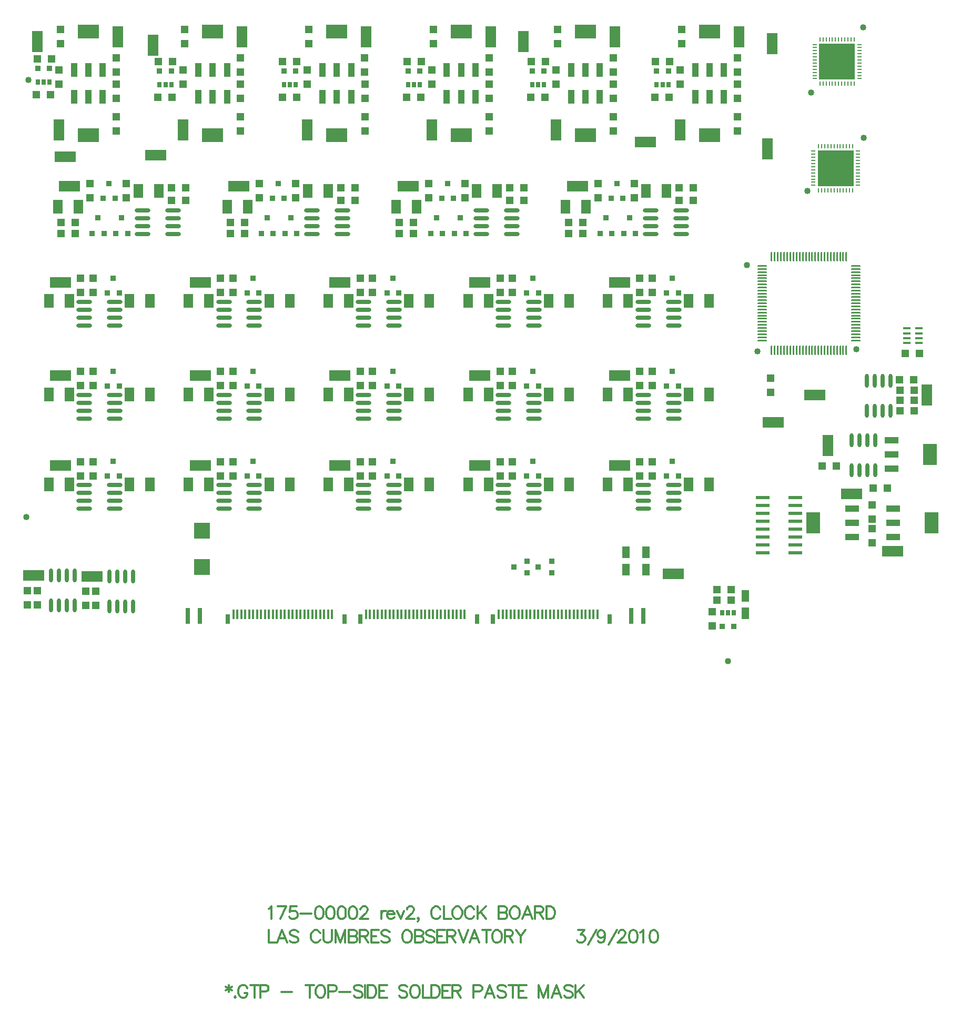
<source format=gtp>
%FSLAX23Y23*%
%MOIN*%
G70*
G01*
G75*
G04 Layer_Color=8421504*
%ADD10R,0.050X0.050*%
%ADD11R,0.036X0.036*%
%ADD12R,0.028X0.036*%
%ADD13R,0.036X0.036*%
%ADD14R,0.087X0.024*%
%ADD15O,0.008X0.033*%
%ADD16O,0.033X0.008*%
%ADD17O,0.024X0.087*%
%ADD18R,0.135X0.070*%
%ADD19R,0.070X0.135*%
%ADD20R,0.045X0.017*%
%ADD21R,0.060X0.086*%
%ADD22R,0.035X0.037*%
%ADD23R,0.035X0.037*%
%ADD24R,0.050X0.050*%
%ADD25O,0.098X0.028*%
%ADD26R,0.138X0.085*%
%ADD27R,0.043X0.085*%
%ADD28R,0.043X0.085*%
%ADD29O,0.061X0.010*%
%ADD30O,0.010X0.061*%
%ADD31R,0.100X0.100*%
%ADD32R,0.048X0.078*%
%ADD33R,0.085X0.138*%
%ADD34R,0.085X0.043*%
%ADD35R,0.085X0.043*%
%ADD36R,0.030X0.100*%
%ADD37R,0.014X0.060*%
%ADD38R,0.031X0.060*%
%ADD39R,0.228X0.228*%
%ADD40C,0.040*%
%ADD41C,0.010*%
%ADD42C,0.005*%
%ADD43C,0.007*%
%ADD44C,0.020*%
%ADD45C,0.012*%
%ADD46R,1.181X0.787*%
%ADD47C,0.012*%
%ADD48C,0.012*%
%ADD49R,0.059X0.059*%
%ADD50C,0.059*%
%ADD51C,0.020*%
%ADD52C,0.026*%
%ADD53C,0.050*%
%ADD54C,0.236*%
%ADD55C,0.024*%
%ADD56C,0.040*%
%ADD57C,0.055*%
%ADD58C,0.030*%
%ADD59C,0.033*%
G04:AMPARAMS|DCode=60|XSize=70mil|YSize=70mil|CornerRadius=0mil|HoleSize=0mil|Usage=FLASHONLY|Rotation=0.000|XOffset=0mil|YOffset=0mil|HoleType=Round|Shape=Relief|Width=10mil|Gap=10mil|Entries=4|*
%AMTHD60*
7,0,0,0.070,0.050,0.010,45*
%
%ADD60THD60*%
G04:AMPARAMS|DCode=61|XSize=95.433mil|YSize=95.433mil|CornerRadius=0mil|HoleSize=0mil|Usage=FLASHONLY|Rotation=0.000|XOffset=0mil|YOffset=0mil|HoleType=Round|Shape=Relief|Width=10mil|Gap=10mil|Entries=4|*
%AMTHD61*
7,0,0,0.095,0.075,0.010,45*
%
%ADD61THD61*%
%ADD62C,0.045*%
%ADD63R,0.075X0.063*%
%ADD64R,0.094X0.102*%
%ADD65O,0.028X0.098*%
%ADD66R,0.078X0.048*%
%ADD67O,0.087X0.024*%
%ADD68R,1.181X0.787*%
%ADD69C,0.010*%
%ADD70C,0.008*%
%ADD71C,0.010*%
%ADD72C,0.008*%
%ADD73C,0.024*%
%ADD74C,0.006*%
%ADD75R,0.240X0.165*%
D10*
X27032Y17290D02*
D03*
X26942D02*
D03*
X25396Y19308D02*
D03*
X25486D02*
D03*
X24608D02*
D03*
X24698D02*
D03*
X23821D02*
D03*
X23911D02*
D03*
X23034D02*
D03*
X23124D02*
D03*
X22246D02*
D03*
X22336D02*
D03*
X21478Y19325D02*
D03*
X21568D02*
D03*
X25786Y15895D02*
D03*
X25876D02*
D03*
X25786Y15960D02*
D03*
X25876D02*
D03*
X23492Y18508D02*
D03*
X23402D02*
D03*
X22702Y18218D02*
D03*
X22792D02*
D03*
X25393Y19080D02*
D03*
X25483D02*
D03*
X24937Y18218D02*
D03*
X24847D02*
D03*
X25547Y18508D02*
D03*
X25637D02*
D03*
X24847Y18288D02*
D03*
X24937D02*
D03*
X25637Y18428D02*
D03*
X25547D02*
D03*
X23864Y18218D02*
D03*
X23774D02*
D03*
X24474Y18508D02*
D03*
X24564D02*
D03*
X23774Y18288D02*
D03*
X23864D02*
D03*
X24564Y18428D02*
D03*
X24474D02*
D03*
X24695Y19080D02*
D03*
X24605D02*
D03*
X23908D02*
D03*
X23818D02*
D03*
X23121D02*
D03*
X23031D02*
D03*
X22333D02*
D03*
X22243D02*
D03*
X21563Y19099D02*
D03*
X21473D02*
D03*
X22702Y18288D02*
D03*
X22792D02*
D03*
X23492Y18428D02*
D03*
X23402D02*
D03*
X21719Y18218D02*
D03*
X21629D02*
D03*
X22329Y18508D02*
D03*
X22419D02*
D03*
X21629Y18288D02*
D03*
X21719D02*
D03*
X22419Y18428D02*
D03*
X22329D02*
D03*
X26980Y17457D02*
D03*
X27070D02*
D03*
X26945Y17225D02*
D03*
X27035D02*
D03*
X26945Y17160D02*
D03*
X27035D02*
D03*
X27035Y17095D02*
D03*
X26945D02*
D03*
X26865Y16604D02*
D03*
X26775D02*
D03*
X26453Y16746D02*
D03*
X26543D02*
D03*
D11*
X25478Y19248D02*
D03*
X25404D02*
D03*
X24690D02*
D03*
X24616D02*
D03*
X23903D02*
D03*
X23829D02*
D03*
X23116D02*
D03*
X23042D02*
D03*
X22328D02*
D03*
X22254D02*
D03*
X21557Y19265D02*
D03*
X21483D02*
D03*
X25819Y15727D02*
D03*
X25893D02*
D03*
D12*
X25441Y19162D02*
D03*
X25478D02*
D03*
X25404D02*
D03*
X24653D02*
D03*
X24690D02*
D03*
X24616D02*
D03*
X23866D02*
D03*
X23903D02*
D03*
X23829D02*
D03*
X23079D02*
D03*
X23116D02*
D03*
X23042D02*
D03*
X22291D02*
D03*
X22328D02*
D03*
X22254D02*
D03*
X21520Y19179D02*
D03*
X21557D02*
D03*
X21483D02*
D03*
X25856Y15813D02*
D03*
X25819D02*
D03*
X25893D02*
D03*
D13*
X24740Y16067D02*
D03*
X24654Y16104D02*
D03*
X24740Y16141D02*
D03*
X24584Y16067D02*
D03*
X24498Y16104D02*
D03*
X24584Y16141D02*
D03*
D14*
X26077Y16545D02*
D03*
Y16495D02*
D03*
Y16445D02*
D03*
Y16395D02*
D03*
Y16345D02*
D03*
Y16295D02*
D03*
Y16245D02*
D03*
Y16195D02*
D03*
X26282Y16545D02*
D03*
Y16495D02*
D03*
Y16445D02*
D03*
Y16395D02*
D03*
Y16345D02*
D03*
Y16295D02*
D03*
Y16245D02*
D03*
Y16195D02*
D03*
D15*
X26616Y19167D02*
D03*
X26429Y18491D02*
D03*
X26449D02*
D03*
X26469D02*
D03*
X26489D02*
D03*
X26508D02*
D03*
X26528D02*
D03*
X26548D02*
D03*
X26567D02*
D03*
X26587D02*
D03*
X26607D02*
D03*
X26626D02*
D03*
X26646D02*
D03*
Y18772D02*
D03*
X26626D02*
D03*
X26607D02*
D03*
X26587D02*
D03*
X26567D02*
D03*
X26548D02*
D03*
X26528D02*
D03*
X26508D02*
D03*
X26489D02*
D03*
X26469D02*
D03*
X26449D02*
D03*
X26429D02*
D03*
X26438Y19167D02*
D03*
X26458D02*
D03*
X26478D02*
D03*
X26498D02*
D03*
X26517D02*
D03*
X26537D02*
D03*
X26557D02*
D03*
X26576D02*
D03*
X26596D02*
D03*
X26635D02*
D03*
X26655D02*
D03*
Y19449D02*
D03*
X26635D02*
D03*
X26616D02*
D03*
X26596D02*
D03*
X26576D02*
D03*
X26557D02*
D03*
X26537D02*
D03*
X26517D02*
D03*
X26498D02*
D03*
X26478D02*
D03*
X26458D02*
D03*
X26438D02*
D03*
D16*
X26406Y19200D02*
D03*
X26397Y18740D02*
D03*
Y18720D02*
D03*
Y18700D02*
D03*
Y18680D02*
D03*
Y18661D02*
D03*
Y18641D02*
D03*
Y18621D02*
D03*
Y18602D02*
D03*
Y18582D02*
D03*
Y18562D02*
D03*
Y18543D02*
D03*
Y18523D02*
D03*
X26679D02*
D03*
Y18543D02*
D03*
Y18562D02*
D03*
Y18582D02*
D03*
Y18602D02*
D03*
Y18621D02*
D03*
Y18641D02*
D03*
Y18661D02*
D03*
Y18680D02*
D03*
Y18700D02*
D03*
Y18720D02*
D03*
Y18740D02*
D03*
X26406Y19416D02*
D03*
Y19397D02*
D03*
Y19377D02*
D03*
Y19357D02*
D03*
Y19338D02*
D03*
Y19318D02*
D03*
Y19298D02*
D03*
Y19278D02*
D03*
Y19259D02*
D03*
Y19239D02*
D03*
Y19219D02*
D03*
X26688Y19200D02*
D03*
Y19219D02*
D03*
Y19239D02*
D03*
Y19259D02*
D03*
Y19278D02*
D03*
Y19298D02*
D03*
Y19318D02*
D03*
Y19338D02*
D03*
Y19357D02*
D03*
Y19377D02*
D03*
Y19397D02*
D03*
Y19416D02*
D03*
D17*
X21715Y16050D02*
D03*
X21665D02*
D03*
X21615D02*
D03*
X21565D02*
D03*
X21715Y15861D02*
D03*
X21665D02*
D03*
X21615D02*
D03*
X21565D02*
D03*
X26788Y16907D02*
D03*
X26738D02*
D03*
X26688D02*
D03*
X26638D02*
D03*
X26788Y16718D02*
D03*
X26738D02*
D03*
X26688D02*
D03*
X26638D02*
D03*
X26885Y17284D02*
D03*
X26835D02*
D03*
X26785D02*
D03*
X26735D02*
D03*
X26885Y17095D02*
D03*
X26835D02*
D03*
X26785D02*
D03*
X26735D02*
D03*
X22085Y16045D02*
D03*
X22035D02*
D03*
X21985D02*
D03*
X21935D02*
D03*
X22085Y15856D02*
D03*
X22035D02*
D03*
X21985D02*
D03*
X21935D02*
D03*
D18*
X22228Y18716D02*
D03*
X25510Y16062D02*
D03*
X26407Y17196D02*
D03*
X26142Y17021D02*
D03*
X25333Y18798D02*
D03*
X21655Y18703D02*
D03*
X25169Y17908D02*
D03*
X22511D02*
D03*
X21825Y16045D02*
D03*
X21455Y16050D02*
D03*
X26898Y16204D02*
D03*
X26638Y16569D02*
D03*
X21684Y18518D02*
D03*
X22757D02*
D03*
X21626Y17908D02*
D03*
X23397D02*
D03*
X24283D02*
D03*
X23829Y18518D02*
D03*
X24902D02*
D03*
X21626Y17317D02*
D03*
X24283D02*
D03*
X25169D02*
D03*
X21626Y16747D02*
D03*
X22511D02*
D03*
X25169D02*
D03*
X22511Y17317D02*
D03*
X23397Y17317D02*
D03*
Y16747D02*
D03*
X24283D02*
D03*
D19*
X21480Y19433D02*
D03*
X26137Y19422D02*
D03*
X24559Y19434D02*
D03*
X22212Y19411D02*
D03*
X26105Y18755D02*
D03*
X26488Y16873D02*
D03*
X27115Y17195D02*
D03*
X21616Y18873D02*
D03*
X22403D02*
D03*
X23190D02*
D03*
X23978D02*
D03*
X24765D02*
D03*
X25553D02*
D03*
X25927Y19465D02*
D03*
X25139D02*
D03*
X23564D02*
D03*
X21990D02*
D03*
X22777D02*
D03*
X24352D02*
D03*
D20*
X26989Y17617D02*
D03*
Y17586D02*
D03*
Y17554D02*
D03*
Y17523D02*
D03*
X27066D02*
D03*
Y17554D02*
D03*
Y17586D02*
D03*
Y17617D02*
D03*
D21*
X22682Y18388D02*
D03*
X22812D02*
D03*
X23192Y18488D02*
D03*
X23322D02*
D03*
X25224Y17790D02*
D03*
X25094D02*
D03*
X25606D02*
D03*
X25736D02*
D03*
X22567D02*
D03*
X22437D02*
D03*
X22948D02*
D03*
X23078D02*
D03*
X25467Y18488D02*
D03*
X25337D02*
D03*
X24957Y18388D02*
D03*
X24827D02*
D03*
X24394Y18488D02*
D03*
X24264D02*
D03*
X23884Y18388D02*
D03*
X23754D02*
D03*
X24338Y17790D02*
D03*
X24208D02*
D03*
X24720D02*
D03*
X24850D02*
D03*
X23452D02*
D03*
X23322D02*
D03*
X23834D02*
D03*
X23964D02*
D03*
X21681D02*
D03*
X21551D02*
D03*
X22063D02*
D03*
X22193D02*
D03*
X22249Y18488D02*
D03*
X22119D02*
D03*
X21739Y18388D02*
D03*
X21609D02*
D03*
X22193Y17199D02*
D03*
X22063D02*
D03*
X21551D02*
D03*
X21681D02*
D03*
X24850D02*
D03*
X24720D02*
D03*
X24208D02*
D03*
X24338D02*
D03*
X25736D02*
D03*
X25606D02*
D03*
X25094D02*
D03*
X25224D02*
D03*
X22193Y16628D02*
D03*
X22063D02*
D03*
X21551D02*
D03*
X21681D02*
D03*
X23078D02*
D03*
X22948D02*
D03*
X22437D02*
D03*
X22567D02*
D03*
X25736Y16628D02*
D03*
X25606D02*
D03*
X25094D02*
D03*
X25224D02*
D03*
X23078Y17199D02*
D03*
X22948D02*
D03*
X22437D02*
D03*
X22567D02*
D03*
X23964Y17199D02*
D03*
X23834D02*
D03*
X23322D02*
D03*
X23452D02*
D03*
X23964Y16628D02*
D03*
X23834D02*
D03*
X23322D02*
D03*
X23452D02*
D03*
X24850D02*
D03*
X24720D02*
D03*
X24208D02*
D03*
X24338D02*
D03*
D22*
X25504Y17935D02*
D03*
X25466Y17842D02*
D03*
X22846Y17935D02*
D03*
X22809Y17842D02*
D03*
X25152Y18534D02*
D03*
X25115Y18442D02*
D03*
X25045Y18219D02*
D03*
X25082Y18317D02*
D03*
X25195Y18219D02*
D03*
X25232Y18317D02*
D03*
X24079Y18534D02*
D03*
X24042Y18442D02*
D03*
X23972Y18219D02*
D03*
X24009Y18317D02*
D03*
X24122Y18219D02*
D03*
X24159Y18317D02*
D03*
X24618Y17935D02*
D03*
X24580Y17842D02*
D03*
X23732Y17935D02*
D03*
X23695Y17842D02*
D03*
X21960Y17935D02*
D03*
X21923Y17842D02*
D03*
X23007Y18534D02*
D03*
X22969Y18442D02*
D03*
X22899Y18219D02*
D03*
X22937Y18317D02*
D03*
X23049Y18219D02*
D03*
X23087Y18317D02*
D03*
X21934Y18534D02*
D03*
X21896Y18442D02*
D03*
X21826Y18219D02*
D03*
X21864Y18317D02*
D03*
X21976Y18219D02*
D03*
X22014Y18317D02*
D03*
X21923Y17252D02*
D03*
X21960Y17344D02*
D03*
X24580Y17252D02*
D03*
X24618Y17344D02*
D03*
X25466Y17252D02*
D03*
X25504Y17344D02*
D03*
X21923Y16681D02*
D03*
X21960Y16773D02*
D03*
X22809Y16681D02*
D03*
X22846Y16773D02*
D03*
X25466Y16681D02*
D03*
X25504Y16773D02*
D03*
X22809Y17252D02*
D03*
X22846Y17344D02*
D03*
X23695Y17252D02*
D03*
X23732Y17344D02*
D03*
X23695Y16681D02*
D03*
X23732Y16773D02*
D03*
X24580Y16681D02*
D03*
X24618Y16773D02*
D03*
D23*
X25541Y17842D02*
D03*
X22884D02*
D03*
X25190Y18442D02*
D03*
X25120Y18219D02*
D03*
X25270D02*
D03*
X24117Y18442D02*
D03*
X24047Y18219D02*
D03*
X24197D02*
D03*
X24655Y17842D02*
D03*
X23769D02*
D03*
X21998D02*
D03*
X23044Y18442D02*
D03*
X22974Y18219D02*
D03*
X23124D02*
D03*
X21971Y18442D02*
D03*
X21901Y18219D02*
D03*
X22051D02*
D03*
X21998Y17252D02*
D03*
X24655D02*
D03*
X25541D02*
D03*
X21998Y16681D02*
D03*
X22884D02*
D03*
X25541D02*
D03*
X22884Y17252D02*
D03*
X23769Y17252D02*
D03*
X23769Y16681D02*
D03*
X24655D02*
D03*
D24*
X25297Y17843D02*
D03*
Y17933D02*
D03*
X25376Y17843D02*
D03*
Y17933D02*
D03*
X22639Y17843D02*
D03*
Y17933D02*
D03*
X22718Y17843D02*
D03*
Y17933D02*
D03*
X25917Y18869D02*
D03*
Y18959D02*
D03*
X25032Y18443D02*
D03*
Y18533D02*
D03*
X25262Y18443D02*
D03*
Y18533D02*
D03*
X23959Y18443D02*
D03*
Y18533D02*
D03*
X24189Y18443D02*
D03*
Y18533D02*
D03*
X24411Y17843D02*
D03*
Y17933D02*
D03*
X24490Y17843D02*
D03*
Y17933D02*
D03*
X23525Y17843D02*
D03*
Y17933D02*
D03*
X23604Y17843D02*
D03*
Y17933D02*
D03*
X25562Y19510D02*
D03*
Y19420D02*
D03*
X25553Y19164D02*
D03*
Y19254D02*
D03*
X25916Y19330D02*
D03*
Y19240D02*
D03*
X25917Y19075D02*
D03*
Y19165D02*
D03*
X24775Y19510D02*
D03*
Y19420D02*
D03*
X24765Y19164D02*
D03*
Y19254D02*
D03*
X25128Y19330D02*
D03*
Y19240D02*
D03*
X25129Y19075D02*
D03*
Y19165D02*
D03*
Y18959D02*
D03*
Y18869D02*
D03*
X23988Y19510D02*
D03*
Y19420D02*
D03*
X23978Y19164D02*
D03*
Y19254D02*
D03*
X24341Y19330D02*
D03*
Y19240D02*
D03*
X24342Y19075D02*
D03*
Y19165D02*
D03*
Y18959D02*
D03*
Y18869D02*
D03*
X23200Y19510D02*
D03*
Y19420D02*
D03*
X23190Y19164D02*
D03*
Y19254D02*
D03*
X23554Y19330D02*
D03*
Y19240D02*
D03*
X23555Y19075D02*
D03*
Y19165D02*
D03*
Y18959D02*
D03*
Y18869D02*
D03*
X22413Y19510D02*
D03*
Y19420D02*
D03*
X22403Y19164D02*
D03*
Y19254D02*
D03*
X22766Y19330D02*
D03*
Y19240D02*
D03*
X22767Y19075D02*
D03*
Y19165D02*
D03*
Y18959D02*
D03*
Y18869D02*
D03*
X21625Y19510D02*
D03*
Y19420D02*
D03*
X21616Y19164D02*
D03*
Y19254D02*
D03*
X21979Y19330D02*
D03*
Y19240D02*
D03*
X21980Y19075D02*
D03*
Y19165D02*
D03*
Y18959D02*
D03*
Y18869D02*
D03*
X21754Y17843D02*
D03*
Y17933D02*
D03*
X21832Y17843D02*
D03*
Y17933D02*
D03*
X22887Y18443D02*
D03*
Y18533D02*
D03*
X23117Y18443D02*
D03*
Y18533D02*
D03*
X21814Y18443D02*
D03*
Y18533D02*
D03*
X22044Y18443D02*
D03*
Y18533D02*
D03*
X26127Y17212D02*
D03*
Y17302D02*
D03*
X25756Y15820D02*
D03*
Y15730D02*
D03*
X26768Y16349D02*
D03*
Y16259D02*
D03*
Y16499D02*
D03*
Y16409D02*
D03*
X21850Y15860D02*
D03*
Y15950D02*
D03*
X21785Y15950D02*
D03*
Y15860D02*
D03*
X21480Y15865D02*
D03*
Y15955D02*
D03*
X21415D02*
D03*
Y15865D02*
D03*
X21832Y17343D02*
D03*
Y17253D02*
D03*
X21754Y17343D02*
D03*
Y17253D02*
D03*
X24490Y17343D02*
D03*
Y17253D02*
D03*
X24411Y17343D02*
D03*
Y17253D02*
D03*
X25376Y17343D02*
D03*
Y17253D02*
D03*
X25297Y17343D02*
D03*
Y17253D02*
D03*
X21832Y16772D02*
D03*
Y16682D02*
D03*
X21754Y16772D02*
D03*
Y16682D02*
D03*
X22718Y16772D02*
D03*
Y16682D02*
D03*
X22639Y16772D02*
D03*
Y16682D02*
D03*
X25376Y16772D02*
D03*
Y16682D02*
D03*
X25297Y16772D02*
D03*
Y16682D02*
D03*
X22718Y17343D02*
D03*
Y17253D02*
D03*
X22639Y17343D02*
D03*
Y17253D02*
D03*
X23604Y17343D02*
D03*
Y17253D02*
D03*
X23525Y17343D02*
D03*
Y17253D02*
D03*
X23604Y16772D02*
D03*
Y16682D02*
D03*
X23525Y16772D02*
D03*
Y16682D02*
D03*
X24490Y16772D02*
D03*
Y16682D02*
D03*
X24411Y16772D02*
D03*
Y16682D02*
D03*
D25*
X25511Y17636D02*
D03*
Y17686D02*
D03*
Y17736D02*
D03*
Y17786D02*
D03*
X25319Y17636D02*
D03*
Y17686D02*
D03*
Y17736D02*
D03*
Y17786D02*
D03*
X22854Y17636D02*
D03*
Y17686D02*
D03*
Y17736D02*
D03*
Y17786D02*
D03*
X22661Y17636D02*
D03*
Y17686D02*
D03*
Y17736D02*
D03*
Y17786D02*
D03*
X25559Y18213D02*
D03*
Y18263D02*
D03*
Y18313D02*
D03*
Y18363D02*
D03*
X25366Y18213D02*
D03*
Y18263D02*
D03*
Y18313D02*
D03*
Y18363D02*
D03*
X24486Y18213D02*
D03*
Y18263D02*
D03*
Y18313D02*
D03*
Y18363D02*
D03*
X24293Y18213D02*
D03*
Y18263D02*
D03*
Y18313D02*
D03*
Y18363D02*
D03*
X24626Y17636D02*
D03*
Y17686D02*
D03*
Y17736D02*
D03*
Y17786D02*
D03*
X24433Y17636D02*
D03*
Y17686D02*
D03*
Y17736D02*
D03*
Y17786D02*
D03*
X23740Y17636D02*
D03*
Y17686D02*
D03*
Y17736D02*
D03*
Y17786D02*
D03*
X23547Y17636D02*
D03*
Y17686D02*
D03*
Y17736D02*
D03*
Y17786D02*
D03*
X21968Y17636D02*
D03*
Y17686D02*
D03*
Y17736D02*
D03*
Y17786D02*
D03*
X21775Y17636D02*
D03*
Y17686D02*
D03*
Y17736D02*
D03*
Y17786D02*
D03*
X23413Y18213D02*
D03*
Y18263D02*
D03*
Y18313D02*
D03*
Y18363D02*
D03*
X23220Y18213D02*
D03*
Y18263D02*
D03*
Y18313D02*
D03*
Y18363D02*
D03*
X22340Y18213D02*
D03*
Y18263D02*
D03*
Y18313D02*
D03*
Y18363D02*
D03*
X22147Y18213D02*
D03*
Y18263D02*
D03*
Y18313D02*
D03*
Y18363D02*
D03*
X21775Y17196D02*
D03*
Y17146D02*
D03*
Y17096D02*
D03*
Y17046D02*
D03*
X21968Y17196D02*
D03*
Y17146D02*
D03*
Y17096D02*
D03*
Y17046D02*
D03*
X24433Y17196D02*
D03*
Y17146D02*
D03*
Y17096D02*
D03*
Y17046D02*
D03*
X24626Y17196D02*
D03*
Y17146D02*
D03*
Y17096D02*
D03*
Y17046D02*
D03*
X25319Y17196D02*
D03*
Y17146D02*
D03*
Y17096D02*
D03*
Y17046D02*
D03*
X25511Y17196D02*
D03*
Y17146D02*
D03*
Y17096D02*
D03*
Y17046D02*
D03*
X21775Y16625D02*
D03*
Y16575D02*
D03*
Y16525D02*
D03*
Y16475D02*
D03*
X21968Y16625D02*
D03*
Y16575D02*
D03*
Y16525D02*
D03*
Y16475D02*
D03*
X22661Y16625D02*
D03*
Y16575D02*
D03*
Y16525D02*
D03*
Y16475D02*
D03*
X22854Y16625D02*
D03*
Y16575D02*
D03*
Y16525D02*
D03*
Y16475D02*
D03*
X25319Y16625D02*
D03*
Y16575D02*
D03*
Y16525D02*
D03*
Y16475D02*
D03*
X25511Y16625D02*
D03*
Y16575D02*
D03*
Y16525D02*
D03*
Y16475D02*
D03*
X22661Y17196D02*
D03*
Y17146D02*
D03*
Y17096D02*
D03*
Y17046D02*
D03*
X22854Y17196D02*
D03*
Y17146D02*
D03*
Y17096D02*
D03*
Y17046D02*
D03*
X23547Y17196D02*
D03*
Y17146D02*
D03*
Y17096D02*
D03*
Y17046D02*
D03*
X23740Y17196D02*
D03*
Y17146D02*
D03*
Y17096D02*
D03*
Y17046D02*
D03*
X23547Y16625D02*
D03*
Y16575D02*
D03*
Y16525D02*
D03*
Y16475D02*
D03*
X23740Y16625D02*
D03*
Y16575D02*
D03*
Y16525D02*
D03*
Y16475D02*
D03*
X24433Y16625D02*
D03*
Y16575D02*
D03*
Y16525D02*
D03*
Y16475D02*
D03*
X24626Y16625D02*
D03*
Y16575D02*
D03*
Y16525D02*
D03*
Y16475D02*
D03*
D26*
X25740Y18841D02*
D03*
X24952Y19498D02*
D03*
Y18841D02*
D03*
X24165Y19498D02*
D03*
Y18841D02*
D03*
X23377Y19498D02*
D03*
Y18841D02*
D03*
X22590Y19498D02*
D03*
Y18841D02*
D03*
X21803Y19498D02*
D03*
Y18841D02*
D03*
X25740Y19498D02*
D03*
D27*
X25649Y19085D02*
D03*
X25830D02*
D03*
X25043Y19254D02*
D03*
X24862D02*
D03*
Y19085D02*
D03*
X25043D02*
D03*
X24255Y19254D02*
D03*
X24074D02*
D03*
Y19085D02*
D03*
X24255D02*
D03*
X23468Y19254D02*
D03*
X23287D02*
D03*
Y19085D02*
D03*
X23468D02*
D03*
X22681Y19254D02*
D03*
X22499D02*
D03*
Y19085D02*
D03*
X22681D02*
D03*
X21893Y19254D02*
D03*
X21712D02*
D03*
Y19085D02*
D03*
X21893D02*
D03*
X25649Y19254D02*
D03*
X25830D02*
D03*
D28*
X25740Y19085D02*
D03*
X24952Y19254D02*
D03*
Y19085D02*
D03*
X24165Y19254D02*
D03*
Y19085D02*
D03*
X23377Y19254D02*
D03*
Y19085D02*
D03*
X22590Y19254D02*
D03*
Y19085D02*
D03*
X21803Y19254D02*
D03*
Y19085D02*
D03*
X25740Y19254D02*
D03*
D29*
X26074Y18011D02*
D03*
Y17992D02*
D03*
Y17972D02*
D03*
Y17952D02*
D03*
Y17933D02*
D03*
Y17913D02*
D03*
Y17893D02*
D03*
Y17874D02*
D03*
Y17854D02*
D03*
Y17834D02*
D03*
Y17815D02*
D03*
Y17795D02*
D03*
Y17775D02*
D03*
Y17755D02*
D03*
Y17736D02*
D03*
Y17716D02*
D03*
Y17696D02*
D03*
Y17677D02*
D03*
Y17657D02*
D03*
Y17637D02*
D03*
Y17618D02*
D03*
Y17598D02*
D03*
Y17578D02*
D03*
Y17559D02*
D03*
Y17539D02*
D03*
X26667D02*
D03*
Y17559D02*
D03*
Y17578D02*
D03*
Y17598D02*
D03*
Y17618D02*
D03*
Y17637D02*
D03*
Y17657D02*
D03*
Y17677D02*
D03*
Y17696D02*
D03*
Y17716D02*
D03*
Y17736D02*
D03*
Y17755D02*
D03*
Y17775D02*
D03*
Y17795D02*
D03*
Y17815D02*
D03*
Y17834D02*
D03*
Y17854D02*
D03*
Y17874D02*
D03*
Y17893D02*
D03*
Y17913D02*
D03*
Y17933D02*
D03*
Y17952D02*
D03*
Y17972D02*
D03*
Y17992D02*
D03*
Y18011D02*
D03*
D30*
X26134Y17479D02*
D03*
X26154D02*
D03*
X26174D02*
D03*
X26194D02*
D03*
X26213D02*
D03*
X26233D02*
D03*
X26253D02*
D03*
X26272D02*
D03*
X26292D02*
D03*
X26312D02*
D03*
X26331D02*
D03*
X26351D02*
D03*
X26371D02*
D03*
X26390D02*
D03*
X26410D02*
D03*
X26430D02*
D03*
X26449D02*
D03*
X26469D02*
D03*
X26489D02*
D03*
X26508D02*
D03*
X26528D02*
D03*
X26548D02*
D03*
X26568D02*
D03*
X26587D02*
D03*
X26607D02*
D03*
Y18071D02*
D03*
X26587D02*
D03*
X26568D02*
D03*
X26548D02*
D03*
X26528D02*
D03*
X26508D02*
D03*
X26489D02*
D03*
X26469D02*
D03*
X26449D02*
D03*
X26430D02*
D03*
X26410D02*
D03*
X26390D02*
D03*
X26371D02*
D03*
X26351D02*
D03*
X26331D02*
D03*
X26312D02*
D03*
X26292D02*
D03*
X26272D02*
D03*
X26253D02*
D03*
X26233D02*
D03*
X26213D02*
D03*
X26194D02*
D03*
X26174D02*
D03*
X26154D02*
D03*
X26134D02*
D03*
D31*
X22521Y16106D02*
D03*
Y16336D02*
D03*
D32*
X25209Y16199D02*
D03*
Y16089D02*
D03*
X25337Y16199D02*
D03*
Y16089D02*
D03*
X25966Y15810D02*
D03*
Y15920D02*
D03*
D33*
X27146Y16384D02*
D03*
X27135Y16817D02*
D03*
X26396Y16384D02*
D03*
D34*
X26901Y16294D02*
D03*
Y16475D02*
D03*
X26891Y16727D02*
D03*
Y16908D02*
D03*
X26641Y16294D02*
D03*
Y16475D02*
D03*
D35*
X26901Y16384D02*
D03*
X26891Y16817D02*
D03*
X26641Y16384D02*
D03*
D36*
X25320Y15794D02*
D03*
X25241D02*
D03*
X22510Y15794D02*
D03*
X22431D02*
D03*
D37*
X22722Y15803D02*
D03*
X22747D02*
D03*
X22772D02*
D03*
X22797D02*
D03*
X22822D02*
D03*
X22847D02*
D03*
X22872D02*
D03*
X22897D02*
D03*
X22922D02*
D03*
X22947D02*
D03*
X22972D02*
D03*
X22997D02*
D03*
X23022D02*
D03*
X23047D02*
D03*
X23072D02*
D03*
X23097D02*
D03*
X23122D02*
D03*
X23147D02*
D03*
X23172D02*
D03*
X23197D02*
D03*
X23222D02*
D03*
X23247D02*
D03*
X23272D02*
D03*
X23297D02*
D03*
X23322D02*
D03*
X23347D02*
D03*
X23562D02*
D03*
X23587D02*
D03*
X23612D02*
D03*
X23637D02*
D03*
X23662D02*
D03*
X23687D02*
D03*
X23712D02*
D03*
X23737D02*
D03*
X23762D02*
D03*
X23787D02*
D03*
X23812D02*
D03*
X23837D02*
D03*
X23862D02*
D03*
X23887D02*
D03*
X23912D02*
D03*
X23937D02*
D03*
X23962D02*
D03*
X23987D02*
D03*
X24012D02*
D03*
X24037D02*
D03*
X24062D02*
D03*
X24087D02*
D03*
X24112D02*
D03*
X24137D02*
D03*
X24162D02*
D03*
X24187D02*
D03*
X24403Y15804D02*
D03*
X24428D02*
D03*
X24453D02*
D03*
X24478D02*
D03*
X24503D02*
D03*
X24528D02*
D03*
X24553D02*
D03*
X24578D02*
D03*
X24603D02*
D03*
X24628D02*
D03*
X24653D02*
D03*
X24678D02*
D03*
X24703D02*
D03*
X24728D02*
D03*
X24753D02*
D03*
X24778D02*
D03*
X24803D02*
D03*
X24828D02*
D03*
X24853D02*
D03*
X24878D02*
D03*
X24903D02*
D03*
X24928D02*
D03*
X24953D02*
D03*
X24978D02*
D03*
X25003D02*
D03*
X25028D02*
D03*
D38*
X25105Y15776D02*
D03*
X24365D02*
D03*
X24265D02*
D03*
X23525D02*
D03*
X23425D02*
D03*
X22685D02*
D03*
D39*
X26538Y18631D02*
D03*
X26547Y19308D02*
D03*
D40*
X21423Y19190D02*
D03*
X21409Y16420D02*
D03*
X25857Y15508D02*
D03*
X26668Y17483D02*
D03*
X26043Y17471D02*
D03*
X25975Y18017D02*
D03*
X26715Y18825D02*
D03*
X26358Y18487D02*
D03*
X26713Y19524D02*
D03*
X26381Y19110D02*
D03*
D47*
X22945Y13803D02*
Y13723D01*
X22991D01*
X23061D02*
X23030Y13803D01*
X23000Y13723D01*
X23011Y13750D02*
X23049D01*
X23133Y13792D02*
X23125Y13799D01*
X23114Y13803D01*
X23098D01*
X23087Y13799D01*
X23079Y13792D01*
Y13784D01*
X23083Y13776D01*
X23087Y13773D01*
X23095Y13769D01*
X23117Y13761D01*
X23125Y13757D01*
X23129Y13754D01*
X23133Y13746D01*
Y13735D01*
X23125Y13727D01*
X23114Y13723D01*
X23098D01*
X23087Y13727D01*
X23079Y13735D01*
X23271Y13784D02*
X23267Y13792D01*
X23259Y13799D01*
X23252Y13803D01*
X23236D01*
X23229Y13799D01*
X23221Y13792D01*
X23217Y13784D01*
X23213Y13773D01*
Y13754D01*
X23217Y13742D01*
X23221Y13735D01*
X23229Y13727D01*
X23236Y13723D01*
X23252D01*
X23259Y13727D01*
X23267Y13735D01*
X23271Y13742D01*
X23293Y13803D02*
Y13746D01*
X23297Y13735D01*
X23304Y13727D01*
X23316Y13723D01*
X23324D01*
X23335Y13727D01*
X23343Y13735D01*
X23346Y13746D01*
Y13803D01*
X23368D02*
Y13723D01*
Y13803D02*
X23399Y13723D01*
X23429Y13803D02*
X23399Y13723D01*
X23429Y13803D02*
Y13723D01*
X23452Y13803D02*
Y13723D01*
Y13803D02*
X23487D01*
X23498Y13799D01*
X23502Y13795D01*
X23506Y13788D01*
Y13780D01*
X23502Y13773D01*
X23498Y13769D01*
X23487Y13765D01*
X23452D02*
X23487D01*
X23498Y13761D01*
X23502Y13757D01*
X23506Y13750D01*
Y13738D01*
X23502Y13731D01*
X23498Y13727D01*
X23487Y13723D01*
X23452D01*
X23523Y13803D02*
Y13723D01*
Y13803D02*
X23558D01*
X23569Y13799D01*
X23573Y13795D01*
X23577Y13788D01*
Y13780D01*
X23573Y13773D01*
X23569Y13769D01*
X23558Y13765D01*
X23523D01*
X23550D02*
X23577Y13723D01*
X23644Y13803D02*
X23595D01*
Y13723D01*
X23644D01*
X23595Y13765D02*
X23625D01*
X23711Y13792D02*
X23703Y13799D01*
X23692Y13803D01*
X23677D01*
X23665Y13799D01*
X23658Y13792D01*
Y13784D01*
X23661Y13776D01*
X23665Y13773D01*
X23673Y13769D01*
X23696Y13761D01*
X23703Y13757D01*
X23707Y13754D01*
X23711Y13746D01*
Y13735D01*
X23703Y13727D01*
X23692Y13723D01*
X23677D01*
X23665Y13727D01*
X23658Y13735D01*
X23814Y13803D02*
X23807Y13799D01*
X23799Y13792D01*
X23795Y13784D01*
X23792Y13773D01*
Y13754D01*
X23795Y13742D01*
X23799Y13735D01*
X23807Y13727D01*
X23814Y13723D01*
X23830D01*
X23837Y13727D01*
X23845Y13735D01*
X23849Y13742D01*
X23853Y13754D01*
Y13773D01*
X23849Y13784D01*
X23845Y13792D01*
X23837Y13799D01*
X23830Y13803D01*
X23814D01*
X23871D02*
Y13723D01*
Y13803D02*
X23905D01*
X23917Y13799D01*
X23921Y13795D01*
X23925Y13788D01*
Y13780D01*
X23921Y13773D01*
X23917Y13769D01*
X23905Y13765D01*
X23871D02*
X23905D01*
X23917Y13761D01*
X23921Y13757D01*
X23925Y13750D01*
Y13738D01*
X23921Y13731D01*
X23917Y13727D01*
X23905Y13723D01*
X23871D01*
X23996Y13792D02*
X23988Y13799D01*
X23977Y13803D01*
X23961D01*
X23950Y13799D01*
X23942Y13792D01*
Y13784D01*
X23946Y13776D01*
X23950Y13773D01*
X23958Y13769D01*
X23981Y13761D01*
X23988Y13757D01*
X23992Y13754D01*
X23996Y13746D01*
Y13735D01*
X23988Y13727D01*
X23977Y13723D01*
X23961D01*
X23950Y13727D01*
X23942Y13735D01*
X24063Y13803D02*
X24014D01*
Y13723D01*
X24063D01*
X24014Y13765D02*
X24044D01*
X24076Y13803D02*
Y13723D01*
Y13803D02*
X24111D01*
X24122Y13799D01*
X24126Y13795D01*
X24130Y13788D01*
Y13780D01*
X24126Y13773D01*
X24122Y13769D01*
X24111Y13765D01*
X24076D01*
X24103D02*
X24130Y13723D01*
X24148Y13803D02*
X24178Y13723D01*
X24209Y13803D02*
X24178Y13723D01*
X24280D02*
X24249Y13803D01*
X24219Y13723D01*
X24230Y13750D02*
X24268D01*
X24325Y13803D02*
Y13723D01*
X24299Y13803D02*
X24352D01*
X24384D02*
X24377Y13799D01*
X24369Y13792D01*
X24365Y13784D01*
X24361Y13773D01*
Y13754D01*
X24365Y13742D01*
X24369Y13735D01*
X24377Y13727D01*
X24384Y13723D01*
X24399D01*
X24407Y13727D01*
X24415Y13735D01*
X24419Y13742D01*
X24422Y13754D01*
Y13773D01*
X24419Y13784D01*
X24415Y13792D01*
X24407Y13799D01*
X24399Y13803D01*
X24384D01*
X24441D02*
Y13723D01*
Y13803D02*
X24475D01*
X24487Y13799D01*
X24490Y13795D01*
X24494Y13788D01*
Y13780D01*
X24490Y13773D01*
X24487Y13769D01*
X24475Y13765D01*
X24441D01*
X24468D02*
X24494Y13723D01*
X24512Y13803D02*
X24543Y13765D01*
Y13723D01*
X24573Y13803D02*
X24543Y13765D01*
X24905Y13803D02*
X24947D01*
X24924Y13773D01*
X24936D01*
X24943Y13769D01*
X24947Y13765D01*
X24951Y13754D01*
Y13746D01*
X24947Y13735D01*
X24940Y13727D01*
X24928Y13723D01*
X24917D01*
X24905Y13727D01*
X24901Y13731D01*
X24898Y13738D01*
X24969Y13712D02*
X25022Y13803D01*
X25077Y13776D02*
X25073Y13765D01*
X25066Y13757D01*
X25054Y13754D01*
X25050D01*
X25039Y13757D01*
X25031Y13765D01*
X25028Y13776D01*
Y13780D01*
X25031Y13792D01*
X25039Y13799D01*
X25050Y13803D01*
X25054D01*
X25066Y13799D01*
X25073Y13792D01*
X25077Y13776D01*
Y13757D01*
X25073Y13738D01*
X25066Y13727D01*
X25054Y13723D01*
X25047D01*
X25035Y13727D01*
X25031Y13735D01*
X25099Y13712D02*
X25152Y13803D01*
X25161Y13784D02*
Y13788D01*
X25165Y13795D01*
X25169Y13799D01*
X25176Y13803D01*
X25192D01*
X25199Y13799D01*
X25203Y13795D01*
X25207Y13788D01*
Y13780D01*
X25203Y13773D01*
X25195Y13761D01*
X25157Y13723D01*
X25211D01*
X25251Y13803D02*
X25240Y13799D01*
X25232Y13788D01*
X25229Y13769D01*
Y13757D01*
X25232Y13738D01*
X25240Y13727D01*
X25251Y13723D01*
X25259D01*
X25271Y13727D01*
X25278Y13738D01*
X25282Y13757D01*
Y13769D01*
X25278Y13788D01*
X25271Y13799D01*
X25259Y13803D01*
X25251D01*
X25300Y13788D02*
X25307Y13792D01*
X25319Y13803D01*
Y13723D01*
X25381Y13803D02*
X25370Y13799D01*
X25362Y13788D01*
X25358Y13769D01*
Y13757D01*
X25362Y13738D01*
X25370Y13727D01*
X25381Y13723D01*
X25389D01*
X25400Y13727D01*
X25408Y13738D01*
X25412Y13757D01*
Y13769D01*
X25408Y13788D01*
X25400Y13799D01*
X25389Y13803D01*
X25381D01*
D48*
X22692Y13455D02*
Y13410D01*
X22673Y13444D02*
X22711Y13421D01*
Y13444D02*
X22673Y13421D01*
X22732Y13383D02*
X22728Y13379D01*
X22732Y13375D01*
X22735Y13379D01*
X22732Y13383D01*
X22810Y13436D02*
X22806Y13444D01*
X22799Y13452D01*
X22791Y13455D01*
X22776D01*
X22768Y13452D01*
X22760Y13444D01*
X22757Y13436D01*
X22753Y13425D01*
Y13406D01*
X22757Y13395D01*
X22760Y13387D01*
X22768Y13379D01*
X22776Y13375D01*
X22791D01*
X22799Y13379D01*
X22806Y13387D01*
X22810Y13395D01*
Y13406D01*
X22791D02*
X22810D01*
X22855Y13455D02*
Y13375D01*
X22828Y13455D02*
X22882D01*
X22891Y13414D02*
X22925D01*
X22937Y13417D01*
X22941Y13421D01*
X22944Y13429D01*
Y13440D01*
X22941Y13448D01*
X22937Y13452D01*
X22925Y13455D01*
X22891D01*
Y13375D01*
X23025Y13410D02*
X23094D01*
X23207Y13455D02*
Y13375D01*
X23180Y13455D02*
X23234D01*
X23266D02*
X23258Y13452D01*
X23251Y13444D01*
X23247Y13436D01*
X23243Y13425D01*
Y13406D01*
X23247Y13395D01*
X23251Y13387D01*
X23258Y13379D01*
X23266Y13375D01*
X23281D01*
X23289Y13379D01*
X23296Y13387D01*
X23300Y13395D01*
X23304Y13406D01*
Y13425D01*
X23300Y13436D01*
X23296Y13444D01*
X23289Y13452D01*
X23281Y13455D01*
X23266D01*
X23323Y13414D02*
X23357D01*
X23368Y13417D01*
X23372Y13421D01*
X23376Y13429D01*
Y13440D01*
X23372Y13448D01*
X23368Y13452D01*
X23357Y13455D01*
X23323D01*
Y13375D01*
X23394Y13410D02*
X23462D01*
X23539Y13444D02*
X23532Y13452D01*
X23520Y13455D01*
X23505D01*
X23494Y13452D01*
X23486Y13444D01*
Y13436D01*
X23490Y13429D01*
X23494Y13425D01*
X23501Y13421D01*
X23524Y13414D01*
X23532Y13410D01*
X23536Y13406D01*
X23539Y13398D01*
Y13387D01*
X23532Y13379D01*
X23520Y13375D01*
X23505D01*
X23494Y13379D01*
X23486Y13387D01*
X23557Y13455D02*
Y13375D01*
X23574Y13455D02*
Y13375D01*
Y13455D02*
X23601D01*
X23612Y13452D01*
X23620Y13444D01*
X23624Y13436D01*
X23627Y13425D01*
Y13406D01*
X23624Y13395D01*
X23620Y13387D01*
X23612Y13379D01*
X23601Y13375D01*
X23574D01*
X23695Y13455D02*
X23645D01*
Y13375D01*
X23695D01*
X23645Y13417D02*
X23676D01*
X23824Y13444D02*
X23817Y13452D01*
X23805Y13455D01*
X23790D01*
X23779Y13452D01*
X23771Y13444D01*
Y13436D01*
X23775Y13429D01*
X23779Y13425D01*
X23786Y13421D01*
X23809Y13414D01*
X23817Y13410D01*
X23820Y13406D01*
X23824Y13398D01*
Y13387D01*
X23817Y13379D01*
X23805Y13375D01*
X23790D01*
X23779Y13379D01*
X23771Y13387D01*
X23865Y13455D02*
X23857Y13452D01*
X23850Y13444D01*
X23846Y13436D01*
X23842Y13425D01*
Y13406D01*
X23846Y13395D01*
X23850Y13387D01*
X23857Y13379D01*
X23865Y13375D01*
X23880D01*
X23888Y13379D01*
X23895Y13387D01*
X23899Y13395D01*
X23903Y13406D01*
Y13425D01*
X23899Y13436D01*
X23895Y13444D01*
X23888Y13452D01*
X23880Y13455D01*
X23865D01*
X23922D02*
Y13375D01*
X23967D01*
X23976Y13455D02*
Y13375D01*
Y13455D02*
X24003D01*
X24014Y13452D01*
X24022Y13444D01*
X24026Y13436D01*
X24030Y13425D01*
Y13406D01*
X24026Y13395D01*
X24022Y13387D01*
X24014Y13379D01*
X24003Y13375D01*
X23976D01*
X24097Y13455D02*
X24047D01*
Y13375D01*
X24097D01*
X24047Y13417D02*
X24078D01*
X24110Y13455D02*
Y13375D01*
Y13455D02*
X24145D01*
X24156Y13452D01*
X24160Y13448D01*
X24164Y13440D01*
Y13433D01*
X24160Y13425D01*
X24156Y13421D01*
X24145Y13417D01*
X24110D01*
X24137D02*
X24164Y13375D01*
X24244Y13414D02*
X24279D01*
X24290Y13417D01*
X24294Y13421D01*
X24298Y13429D01*
Y13440D01*
X24294Y13448D01*
X24290Y13452D01*
X24279Y13455D01*
X24244D01*
Y13375D01*
X24377D02*
X24346Y13455D01*
X24316Y13375D01*
X24327Y13402D02*
X24365D01*
X24448Y13444D02*
X24441Y13452D01*
X24429Y13455D01*
X24414D01*
X24403Y13452D01*
X24395Y13444D01*
Y13436D01*
X24399Y13429D01*
X24403Y13425D01*
X24410Y13421D01*
X24433Y13414D01*
X24441Y13410D01*
X24445Y13406D01*
X24448Y13398D01*
Y13387D01*
X24441Y13379D01*
X24429Y13375D01*
X24414D01*
X24403Y13379D01*
X24395Y13387D01*
X24493Y13455D02*
Y13375D01*
X24466Y13455D02*
X24520D01*
X24579D02*
X24529D01*
Y13375D01*
X24579D01*
X24529Y13417D02*
X24560D01*
X24655Y13455D02*
Y13375D01*
Y13455D02*
X24685Y13375D01*
X24716Y13455D02*
X24685Y13375D01*
X24716Y13455D02*
Y13375D01*
X24800D02*
X24769Y13455D01*
X24739Y13375D01*
X24750Y13402D02*
X24788D01*
X24872Y13444D02*
X24864Y13452D01*
X24853Y13455D01*
X24837D01*
X24826Y13452D01*
X24818Y13444D01*
Y13436D01*
X24822Y13429D01*
X24826Y13425D01*
X24834Y13421D01*
X24856Y13414D01*
X24864Y13410D01*
X24868Y13406D01*
X24872Y13398D01*
Y13387D01*
X24864Y13379D01*
X24853Y13375D01*
X24837D01*
X24826Y13379D01*
X24818Y13387D01*
X24890Y13455D02*
Y13375D01*
X24943Y13455D02*
X24890Y13402D01*
X24909Y13421D02*
X24943Y13375D01*
X22945Y13938D02*
X22953Y13942D01*
X22964Y13953D01*
Y13873D01*
X23057Y13953D02*
X23019Y13873D01*
X23004Y13953D02*
X23057D01*
X23121D02*
X23083D01*
X23079Y13919D01*
X23083Y13923D01*
X23094Y13926D01*
X23106D01*
X23117Y13923D01*
X23125Y13915D01*
X23128Y13904D01*
Y13896D01*
X23125Y13885D01*
X23117Y13877D01*
X23106Y13873D01*
X23094D01*
X23083Y13877D01*
X23079Y13881D01*
X23075Y13888D01*
X23146Y13907D02*
X23215D01*
X23261Y13953D02*
X23250Y13949D01*
X23242Y13938D01*
X23239Y13919D01*
Y13907D01*
X23242Y13888D01*
X23250Y13877D01*
X23261Y13873D01*
X23269D01*
X23280Y13877D01*
X23288Y13888D01*
X23292Y13907D01*
Y13919D01*
X23288Y13938D01*
X23280Y13949D01*
X23269Y13953D01*
X23261D01*
X23333D02*
X23321Y13949D01*
X23314Y13938D01*
X23310Y13919D01*
Y13907D01*
X23314Y13888D01*
X23321Y13877D01*
X23333Y13873D01*
X23340D01*
X23352Y13877D01*
X23359Y13888D01*
X23363Y13907D01*
Y13919D01*
X23359Y13938D01*
X23352Y13949D01*
X23340Y13953D01*
X23333D01*
X23404D02*
X23392Y13949D01*
X23385Y13938D01*
X23381Y13919D01*
Y13907D01*
X23385Y13888D01*
X23392Y13877D01*
X23404Y13873D01*
X23411D01*
X23423Y13877D01*
X23431Y13888D01*
X23434Y13907D01*
Y13919D01*
X23431Y13938D01*
X23423Y13949D01*
X23411Y13953D01*
X23404D01*
X23475D02*
X23464Y13949D01*
X23456Y13938D01*
X23452Y13919D01*
Y13907D01*
X23456Y13888D01*
X23464Y13877D01*
X23475Y13873D01*
X23483D01*
X23494Y13877D01*
X23502Y13888D01*
X23506Y13907D01*
Y13919D01*
X23502Y13938D01*
X23494Y13949D01*
X23483Y13953D01*
X23475D01*
X23527Y13934D02*
Y13938D01*
X23531Y13945D01*
X23535Y13949D01*
X23543Y13953D01*
X23558D01*
X23565Y13949D01*
X23569Y13945D01*
X23573Y13938D01*
Y13930D01*
X23569Y13923D01*
X23562Y13911D01*
X23523Y13873D01*
X23577D01*
X23658Y13926D02*
Y13873D01*
Y13904D02*
X23661Y13915D01*
X23669Y13923D01*
X23677Y13926D01*
X23688D01*
X23695Y13904D02*
X23741D01*
Y13911D01*
X23737Y13919D01*
X23733Y13923D01*
X23726Y13926D01*
X23714D01*
X23707Y13923D01*
X23699Y13915D01*
X23695Y13904D01*
Y13896D01*
X23699Y13885D01*
X23707Y13877D01*
X23714Y13873D01*
X23726D01*
X23733Y13877D01*
X23741Y13885D01*
X23758Y13926D02*
X23781Y13873D01*
X23804Y13926D02*
X23781Y13873D01*
X23821Y13934D02*
Y13938D01*
X23824Y13945D01*
X23828Y13949D01*
X23836Y13953D01*
X23851D01*
X23859Y13949D01*
X23862Y13945D01*
X23866Y13938D01*
Y13930D01*
X23862Y13923D01*
X23855Y13911D01*
X23817Y13873D01*
X23870D01*
X23896Y13877D02*
X23892Y13873D01*
X23888Y13877D01*
X23892Y13881D01*
X23896Y13877D01*
Y13869D01*
X23892Y13862D01*
X23888Y13858D01*
X24033Y13934D02*
X24029Y13942D01*
X24022Y13949D01*
X24014Y13953D01*
X23999D01*
X23991Y13949D01*
X23984Y13942D01*
X23980Y13934D01*
X23976Y13923D01*
Y13904D01*
X23980Y13892D01*
X23984Y13885D01*
X23991Y13877D01*
X23999Y13873D01*
X24014D01*
X24022Y13877D01*
X24029Y13885D01*
X24033Y13892D01*
X24056Y13953D02*
Y13873D01*
X24101D01*
X24133Y13953D02*
X24125Y13949D01*
X24118Y13942D01*
X24114Y13934D01*
X24110Y13923D01*
Y13904D01*
X24114Y13892D01*
X24118Y13885D01*
X24125Y13877D01*
X24133Y13873D01*
X24148D01*
X24156Y13877D01*
X24163Y13885D01*
X24167Y13892D01*
X24171Y13904D01*
Y13923D01*
X24167Y13934D01*
X24163Y13942D01*
X24156Y13949D01*
X24148Y13953D01*
X24133D01*
X24247Y13934D02*
X24243Y13942D01*
X24235Y13949D01*
X24228Y13953D01*
X24212D01*
X24205Y13949D01*
X24197Y13942D01*
X24193Y13934D01*
X24190Y13923D01*
Y13904D01*
X24193Y13892D01*
X24197Y13885D01*
X24205Y13877D01*
X24212Y13873D01*
X24228D01*
X24235Y13877D01*
X24243Y13885D01*
X24247Y13892D01*
X24269Y13953D02*
Y13873D01*
X24323Y13953D02*
X24269Y13900D01*
X24288Y13919D02*
X24323Y13873D01*
X24403Y13953D02*
Y13873D01*
Y13953D02*
X24438D01*
X24449Y13949D01*
X24453Y13945D01*
X24457Y13938D01*
Y13930D01*
X24453Y13923D01*
X24449Y13919D01*
X24438Y13915D01*
X24403D02*
X24438D01*
X24449Y13911D01*
X24453Y13907D01*
X24457Y13900D01*
Y13888D01*
X24453Y13881D01*
X24449Y13877D01*
X24438Y13873D01*
X24403D01*
X24497Y13953D02*
X24490Y13949D01*
X24482Y13942D01*
X24478Y13934D01*
X24474Y13923D01*
Y13904D01*
X24478Y13892D01*
X24482Y13885D01*
X24490Y13877D01*
X24497Y13873D01*
X24513D01*
X24520Y13877D01*
X24528Y13885D01*
X24532Y13892D01*
X24535Y13904D01*
Y13923D01*
X24532Y13934D01*
X24528Y13942D01*
X24520Y13949D01*
X24513Y13953D01*
X24497D01*
X24615Y13873D02*
X24585Y13953D01*
X24554Y13873D01*
X24566Y13900D02*
X24604D01*
X24634Y13953D02*
Y13873D01*
Y13953D02*
X24668D01*
X24679Y13949D01*
X24683Y13945D01*
X24687Y13938D01*
Y13930D01*
X24683Y13923D01*
X24679Y13919D01*
X24668Y13915D01*
X24634D01*
X24660D02*
X24687Y13873D01*
X24705Y13953D02*
Y13873D01*
Y13953D02*
X24732D01*
X24743Y13949D01*
X24751Y13942D01*
X24754Y13934D01*
X24758Y13923D01*
Y13904D01*
X24754Y13892D01*
X24751Y13885D01*
X24743Y13877D01*
X24732Y13873D01*
X24705D01*
M02*

</source>
